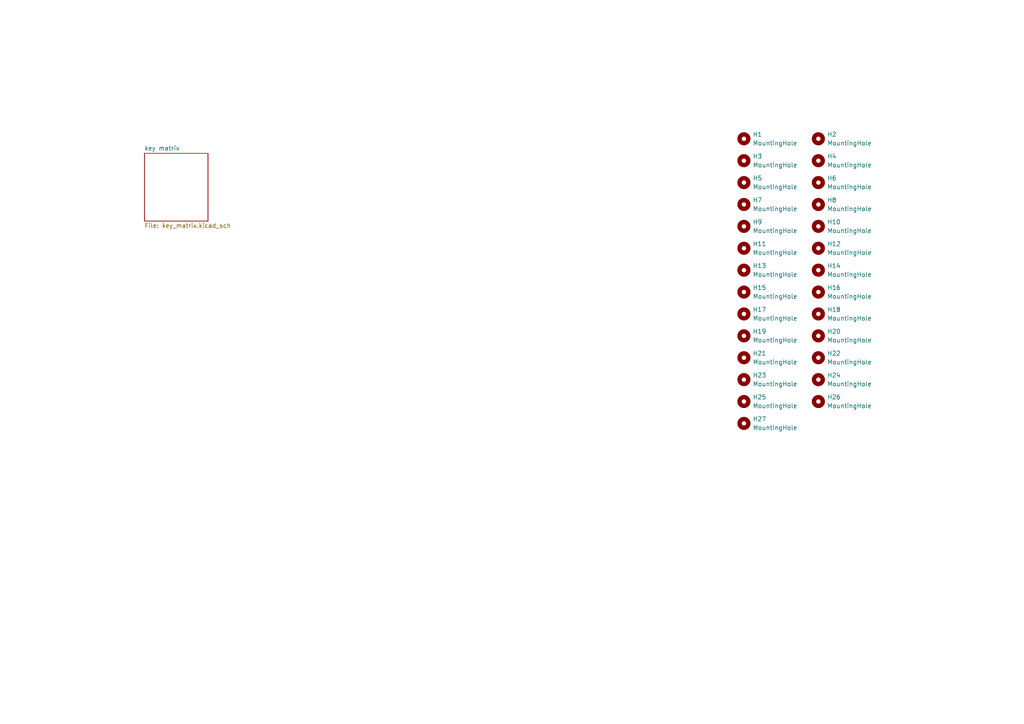
<source format=kicad_sch>
(kicad_sch (version 20230121) (generator eeschema)
  (paper "A4")
  (title_block (title "capybully") (date "2023-07-18") (rev "0.1") (company "sporkus"))
  (lib_symbols
    (symbol "Mechanical:MountingHole" (pin_names (offset 1.016))
      (property "Reference" "H" (at 0 5.08 0))
      (property "Value" "MountingHole" (at 0 3.175 0))
      (symbol "MountingHole_0_1"
        (circle (center 0 0) (radius 1.27) (stroke (width 1.27)))
      )
    )
  )
  (symbol (lib_id "Mechanical:MountingHole") (at 215.773 72.009 0) (unit 1)
    (property "Reference" "H11" (at 218.313 70.739 0) (effects (justify left)))
    (property "Value" "MountingHole" (at 218.313 73.279 0) (effects (justify left)))
    (property "Footprint" "MountingHole:MountingHole_3.2mm_M3_DIN965" (effects hide))
  )
  (symbol (lib_id "Mechanical:MountingHole") (at 237.363 72.009 0) (unit 1)
    (property "Reference" "H12" (at 239.903 70.739 0) (effects (justify left)))
    (property "Value" "MountingHole" (at 239.903 73.279 0) (effects (justify left)))
    (property "Footprint" "MountingHole:MountingHole_3.2mm_M3_DIN965" (effects hide))
  )
  (symbol (lib_id "Mechanical:MountingHole") (at 215.773 103.759 0) (unit 1)
    (property "Reference" "H21" (at 218.313 102.489 0) (effects (justify left)))
    (property "Value" "MountingHole" (at 218.313 105.029 0) (effects (justify left)))
    (property "Footprint" "MountingHole:MountingHole_3.2mm_M3_DIN965" (effects hide))
  )
  (symbol (lib_id "Mechanical:MountingHole") (at 237.363 78.359 0) (unit 1)
    (property "Reference" "H14" (at 239.903 77.089 0) (effects (justify left)))
    (property "Value" "MountingHole" (at 239.903 79.629 0) (effects (justify left)))
    (property "Footprint" "MountingHole:MountingHole_3.2mm_M3_DIN965" (effects hide))
  )
  (symbol (lib_id "Mechanical:MountingHole") (at 215.773 97.409 0) (unit 1)
    (property "Reference" "H19" (at 218.313 96.139 0) (effects (justify left)))
    (property "Value" "MountingHole" (at 218.313 98.679 0) (effects (justify left)))
    (property "Footprint" "MountingHole:MountingHole_3.2mm_M3_DIN965" (effects hide))
  )
  (symbol (lib_id "Mechanical:MountingHole") (at 215.773 46.609 0) (unit 1)
    (property "Reference" "H3" (at 218.313 45.339 0) (effects (justify left)))
    (property "Value" "MountingHole" (at 218.313 47.879 0) (effects (justify left)))
    (property "Footprint" "MountingHole:MountingHole_3.2mm_M3_DIN965" (effects hide))
  )
  (symbol (lib_id "Mechanical:MountingHole") (at 215.773 91.059 0) (unit 1)
    (property "Reference" "H17" (at 218.313 89.789 0) (effects (justify left)))
    (property "Value" "MountingHole" (at 218.313 92.329 0) (effects (justify left)))
    (property "Footprint" "MountingHole:MountingHole_3.2mm_M3_DIN965" (effects hide))
  )
  (symbol (lib_id "Mechanical:MountingHole") (at 237.363 46.609 0) (unit 1)
    (property "Reference" "H4" (at 239.903 45.339 0) (effects (justify left)))
    (property "Value" "MountingHole" (at 239.903 47.879 0) (effects (justify left)))
    (property "Footprint" "MountingHole:MountingHole_3.2mm_M3_DIN965" (effects hide))
  )
  (symbol (lib_id "Mechanical:MountingHole") (at 237.363 91.059 0) (unit 1)
    (property "Reference" "H18" (at 239.903 89.789 0) (effects (justify left)))
    (property "Value" "MountingHole" (at 239.903 92.329 0) (effects (justify left)))
    (property "Footprint" "MountingHole:MountingHole_3.2mm_M3_DIN965" (effects hide))
  )
  (symbol (lib_id "Mechanical:MountingHole") (at 215.773 78.359 0) (unit 1)
    (property "Reference" "H13" (at 218.313 77.089 0) (effects (justify left)))
    (property "Value" "MountingHole" (at 218.313 79.629 0) (effects (justify left)))
    (property "Footprint" "MountingHole:MountingHole_3.2mm_M3_DIN965" (effects hide))
  )
  (symbol (lib_id "Mechanical:MountingHole") (at 237.363 97.409 0) (unit 1)
    (property "Reference" "H20" (at 239.903 96.139 0) (effects (justify left)))
    (property "Value" "MountingHole" (at 239.903 98.679 0) (effects (justify left)))
    (property "Footprint" "MountingHole:MountingHole_3.2mm_M3_DIN965" (effects hide))
  )
  (symbol (lib_id "Mechanical:MountingHole") (at 237.363 52.959 0) (unit 1)
    (property "Reference" "H6" (at 239.903 51.689 0) (effects (justify left)))
    (property "Value" "MountingHole" (at 239.903 54.229 0) (effects (justify left)))
    (property "Footprint" "MountingHole:MountingHole_3.2mm_M3_DIN965" (effects hide))
  )
  (symbol (lib_id "Mechanical:MountingHole") (at 215.773 122.809 0) (unit 1)
    (property "Reference" "H27" (at 218.313 121.539 0) (effects (justify left)))
    (property "Value" "MountingHole" (at 218.313 124.079 0) (effects (justify left)))
    (property "Footprint" "MountingHole:MountingHole_3.2mm_M3_DIN965" (effects hide))
  )
  (symbol (lib_id "Mechanical:MountingHole") (at 215.773 59.309 0) (unit 1)
    (property "Reference" "H7" (at 218.313 58.039 0) (effects (justify left)))
    (property "Value" "MountingHole" (at 218.313 60.579 0) (effects (justify left)))
    (property "Footprint" "MountingHole:MountingHole_3.2mm_M3_DIN965" (effects hide))
  )
  (symbol (lib_id "Mechanical:MountingHole") (at 237.363 65.659 0) (unit 1)
    (property "Reference" "H10" (at 239.903 64.389 0) (effects (justify left)))
    (property "Value" "MountingHole" (at 239.903 66.929 0) (effects (justify left)))
    (property "Footprint" "MountingHole:MountingHole_3.2mm_M3_DIN965" (effects hide))
  )
  (symbol (lib_id "Mechanical:MountingHole") (at 237.363 110.109 0) (unit 1)
    (property "Reference" "H24" (at 239.903 108.839 0) (effects (justify left)))
    (property "Value" "MountingHole" (at 239.903 111.379 0) (effects (justify left)))
    (property "Footprint" "MountingHole:MountingHole_3.2mm_M3_DIN965" (effects hide))
  )
  (symbol (lib_id "Mechanical:MountingHole") (at 215.773 110.109 0) (unit 1)
    (property "Reference" "H23" (at 218.313 108.839 0) (effects (justify left)))
    (property "Value" "MountingHole" (at 218.313 111.379 0) (effects (justify left)))
    (property "Footprint" "MountingHole:MountingHole_3.2mm_M3_DIN965" (effects hide))
  )
  (symbol (lib_id "Mechanical:MountingHole") (at 215.773 84.709 0) (unit 1)
    (property "Reference" "H15" (at 218.313 83.439 0) (effects (justify left)))
    (property "Value" "MountingHole" (at 218.313 85.979 0) (effects (justify left)))
    (property "Footprint" "MountingHole:MountingHole_3.2mm_M3_DIN965" (effects hide))
  )
  (symbol (lib_id "Mechanical:MountingHole") (at 237.363 116.459 0) (unit 1)
    (property "Reference" "H26" (at 239.903 115.189 0) (effects (justify left)))
    (property "Value" "MountingHole" (at 239.903 117.729 0) (effects (justify left)))
    (property "Footprint" "MountingHole:MountingHole_3.2mm_M3_DIN965" (effects hide))
  )
  (symbol (lib_id "Mechanical:MountingHole") (at 215.773 52.959 0) (unit 1)
    (property "Reference" "H5" (at 218.313 51.689 0) (effects (justify left)))
    (property "Value" "MountingHole" (at 218.313 54.229 0) (effects (justify left)))
    (property "Footprint" "MountingHole:MountingHole_3.2mm_M3_DIN965" (effects hide))
  )
  (symbol (lib_id "Mechanical:MountingHole") (at 215.773 65.659 0) (unit 1)
    (property "Reference" "H9" (at 218.313 64.389 0) (effects (justify left)))
    (property "Value" "MountingHole" (at 218.313 66.929 0) (effects (justify left)))
    (property "Footprint" "MountingHole:MountingHole_3.2mm_M3_DIN965" (effects hide))
  )
  (symbol (lib_id "Mechanical:MountingHole") (at 237.363 40.259 0) (unit 1)
    (property "Reference" "H2" (at 239.903 38.989 0) (effects (justify left)))
    (property "Value" "MountingHole" (at 239.903 41.529 0) (effects (justify left)))
    (property "Footprint" "MountingHole:MountingHole_3.2mm_M3_DIN965" (effects hide))
  )
  (symbol (lib_id "Mechanical:MountingHole") (at 215.773 116.459 0) (unit 1)
    (property "Reference" "H25" (at 218.313 115.189 0) (effects (justify left)))
    (property "Value" "MountingHole" (at 218.313 117.729 0) (effects (justify left)))
    (property "Footprint" "MountingHole:MountingHole_3.2mm_M3_DIN965" (effects hide))
  )
  (symbol (lib_id "Mechanical:MountingHole") (at 237.363 103.759 0) (unit 1)
    (property "Reference" "H22" (at 239.903 102.489 0) (effects (justify left)))
    (property "Value" "MountingHole" (at 239.903 105.029 0) (effects (justify left)))
    (property "Footprint" "MountingHole:MountingHole_3.2mm_M3_DIN965" (effects hide))
  )
  (symbol (lib_id "Mechanical:MountingHole") (at 215.773 40.259 0) (unit 1)
    (property "Reference" "H1" (at 218.313 38.989 0) (effects (justify left)))
    (property "Value" "MountingHole" (at 218.313 41.529 0) (effects (justify left)))
    (property "Footprint" "MountingHole:MountingHole_3.2mm_M3_DIN965" (effects hide))
  )
  (symbol (lib_id "Mechanical:MountingHole") (at 237.363 59.309 0) (unit 1)
    (property "Reference" "H8" (at 239.903 58.039 0) (effects (justify left)))
    (property "Value" "MountingHole" (at 239.903 60.579 0) (effects (justify left)))
    (property "Footprint" "MountingHole:MountingHole_3.2mm_M3_DIN965" (effects hide))
  )
  (symbol (lib_id "Mechanical:MountingHole") (at 237.363 84.709 0) (unit 1)
    (property "Reference" "H16" (at 239.903 83.439 0) (effects (justify left)))
    (property "Value" "MountingHole" (at 239.903 85.979 0) (effects (justify left)))
    (property "Footprint" "MountingHole:MountingHole_3.2mm_M3_DIN965" (effects hide))
  )
  (sheet (at 41.91 44.45) (size 18.415 19.685) (stroke (width 0.1524))
    (property "Sheetname" "key matrix" (at 41.91 43.7384 0) (effects (justify left bottom)))
    (property "Sheetfile" "key_matrix.kicad_sch" (at 41.91 64.7196 0) (effects (justify left top)))
  )
)
</source>
